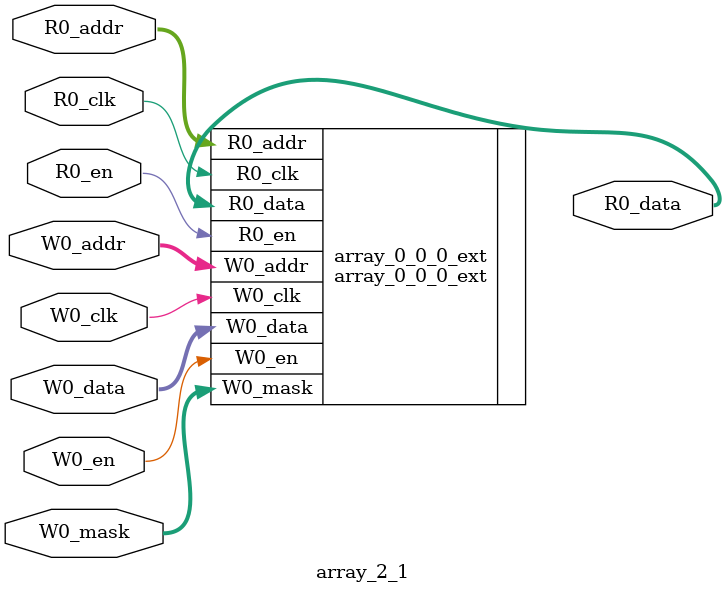
<source format=sv>
`ifndef RANDOMIZE
  `ifdef RANDOMIZE_REG_INIT
    `define RANDOMIZE
  `endif // RANDOMIZE_REG_INIT
`endif // not def RANDOMIZE
`ifndef RANDOMIZE
  `ifdef RANDOMIZE_MEM_INIT
    `define RANDOMIZE
  `endif // RANDOMIZE_MEM_INIT
`endif // not def RANDOMIZE

`ifndef RANDOM
  `define RANDOM $random
`endif // not def RANDOM

// Users can define 'PRINTF_COND' to add an extra gate to prints.
`ifndef PRINTF_COND_
  `ifdef PRINTF_COND
    `define PRINTF_COND_ (`PRINTF_COND)
  `else  // PRINTF_COND
    `define PRINTF_COND_ 1
  `endif // PRINTF_COND
`endif // not def PRINTF_COND_

// Users can define 'ASSERT_VERBOSE_COND' to add an extra gate to assert error printing.
`ifndef ASSERT_VERBOSE_COND_
  `ifdef ASSERT_VERBOSE_COND
    `define ASSERT_VERBOSE_COND_ (`ASSERT_VERBOSE_COND)
  `else  // ASSERT_VERBOSE_COND
    `define ASSERT_VERBOSE_COND_ 1
  `endif // ASSERT_VERBOSE_COND
`endif // not def ASSERT_VERBOSE_COND_

// Users can define 'STOP_COND' to add an extra gate to stop conditions.
`ifndef STOP_COND_
  `ifdef STOP_COND
    `define STOP_COND_ (`STOP_COND)
  `else  // STOP_COND
    `define STOP_COND_ 1
  `endif // STOP_COND
`endif // not def STOP_COND_

// Users can define INIT_RANDOM as general code that gets injected into the
// initializer block for modules with registers.
`ifndef INIT_RANDOM
  `define INIT_RANDOM
`endif // not def INIT_RANDOM

// If using random initialization, you can also define RANDOMIZE_DELAY to
// customize the delay used, otherwise 0.002 is used.
`ifndef RANDOMIZE_DELAY
  `define RANDOMIZE_DELAY 0.002
`endif // not def RANDOMIZE_DELAY

// Define INIT_RANDOM_PROLOG_ for use in our modules below.
`ifndef INIT_RANDOM_PROLOG_
  `ifdef RANDOMIZE
    `ifdef VERILATOR
      `define INIT_RANDOM_PROLOG_ `INIT_RANDOM
    `else  // VERILATOR
      `define INIT_RANDOM_PROLOG_ `INIT_RANDOM #`RANDOMIZE_DELAY begin end
    `endif // VERILATOR
  `else  // RANDOMIZE
    `define INIT_RANDOM_PROLOG_
  `endif // RANDOMIZE
`endif // not def INIT_RANDOM_PROLOG_

module array_2_1(	// @[DescribedSRAM.scala:17:26]
  input  [6:0]   R0_addr,
  input          R0_en,
                 R0_clk,
  input  [6:0]   W0_addr,
  input          W0_en,
                 W0_clk,
  input  [127:0] W0_data,
  input  [1:0]   W0_mask,
  output [127:0] R0_data
);

  array_0_0_0_ext array_0_0_0_ext (	// @[DescribedSRAM.scala:17:26]
    .R0_addr (R0_addr),
    .R0_en   (R0_en),
    .R0_clk  (R0_clk),
    .W0_addr (W0_addr),
    .W0_en   (W0_en),
    .W0_clk  (W0_clk),
    .W0_data (W0_data),
    .W0_mask (W0_mask),
    .R0_data (R0_data)
  );
endmodule


</source>
